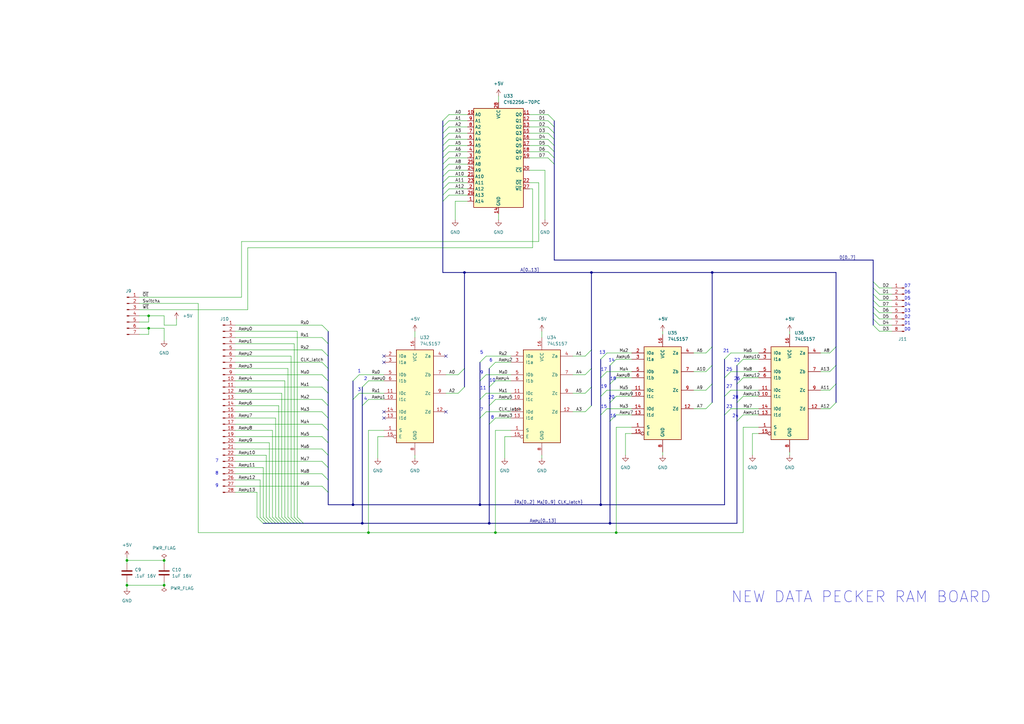
<source format=kicad_sch>
(kicad_sch (version 20230121) (generator eeschema)
  (paper "A3")
  (title_block (title "New Data Pecker RAM Board") (date "2022-11-17") (rev "V001") (comment 1 "made in 2022") (comment 2 "creativecommons.org/licenses/by/4.0/") (comment 3 "License: CC BY 4.0") (comment 4 "Author: InsaneDruid"))
  (lib_symbols
    (symbol "74xx:74LS157" (pin_names (offset 1.016))
      (property "Reference" "U" (at -7.62 19.05 0))
      (property "Value" "74LS157" (at -7.62 -21.59 0))
      (symbol "74LS157_1_0"
        (pin input line (at -12.7 -15.24 0) (length 5.08) (name "S") (number "1"))
        (pin input line (at -12.7 -2.54 0) (length 5.08) (name "I1c") (number "10"))
        (pin input line (at -12.7 0 0) (length 5.08) (name "I0c") (number "11"))
        (pin output line (at 12.7 -7.62 180) (length 5.08) (name "Zd") (number "12"))
        (pin input line (at -12.7 -10.16 0) (length 5.08) (name "I1d") (number "13"))
        (pin input line (at -12.7 -7.62 0) (length 5.08) (name "I0d") (number "14"))
        (pin input inverted (at -12.7 -17.78 0) (length 5.08) (name "E") (number "15"))
        (pin power_in line (at 0 22.86 270) (length 5.08) (name "VCC") (number "16"))
        (pin input line (at -12.7 15.24 0) (length 5.08) (name "I0a") (number "2"))
        (pin input line (at -12.7 12.7 0) (length 5.08) (name "I1a") (number "3"))
        (pin output line (at 12.7 15.24 180) (length 5.08) (name "Za") (number "4"))
        (pin input line (at -12.7 7.62 0) (length 5.08) (name "I0b") (number "5"))
        (pin input line (at -12.7 5.08 0) (length 5.08) (name "I1b") (number "6"))
        (pin output line (at 12.7 7.62 180) (length 5.08) (name "Zb") (number "7"))
        (pin power_in line (at 0 -25.4 90) (length 5.08) (name "GND") (number "8"))
        (pin output line (at 12.7 0 180) (length 5.08) (name "Zc") (number "9"))
      )
      (symbol "74LS157_1_1"
        (rectangle (start -7.62 17.78) (end 7.62 -20.32) (stroke (width 0.254)) (fill (type background)))
      )
    )
    (symbol "Connector:Conn_01x07_Pin" (pin_names (offset 1.016) hide)
      (property "Reference" "J" (at 0 10.16 0))
      (property "Value" "Conn_01x07_Pin" (at 0 -10.16 0))
      (symbol "Conn_01x07_Pin_1_1"
        (polyline (pts (xy 1.27 -7.62) (xy 0.8636 -7.62)) (stroke (width 0.1524)))
        (polyline (pts (xy 1.27 -5.08) (xy 0.8636 -5.08)) (stroke (width 0.1524)))
        (polyline (pts (xy 1.27 -2.54) (xy 0.8636 -2.54)) (stroke (width 0.1524)))
        (polyline (pts (xy 1.27 0) (xy 0.8636 0)) (stroke (width 0.1524)))
        (polyline (pts (xy 1.27 2.54) (xy 0.8636 2.54)) (stroke (width 0.1524)))
        (polyline (pts (xy 1.27 5.08) (xy 0.8636 5.08)) (stroke (width 0.1524)))
        (polyline (pts (xy 1.27 7.62) (xy 0.8636 7.62)) (stroke (width 0.1524)))
        (rectangle (start 0.8636 -7.493) (end 0 -7.747) (stroke (width 0.1524)) (fill (type outline)))
        (rectangle (start 0.8636 -4.953) (end 0 -5.207) (stroke (width 0.1524)) (fill (type outline)))
        (rectangle (start 0.8636 -2.413) (end 0 -2.667) (stroke (width 0.1524)) (fill (type outline)))
        (rectangle (start 0.8636 0.127) (end 0 -0.127) (stroke (width 0.1524)) (fill (type outline)))
        (rectangle (start 0.8636 2.667) (end 0 2.413) (stroke (width 0.1524)) (fill (type outline)))
        (rectangle (start 0.8636 5.207) (end 0 4.953) (stroke (width 0.1524)) (fill (type outline)))
        (rectangle (start 0.8636 7.747) (end 0 7.493) (stroke (width 0.1524)) (fill (type outline)))
        (pin passive line (at 5.08 7.62 180) (length 3.81) (name "Pin_1") (number "1"))
        (pin passive line (at 5.08 5.08 180) (length 3.81) (name "Pin_2") (number "2"))
        (pin passive line (at 5.08 2.54 180) (length 3.81) (name "Pin_3") (number "3"))
        (pin passive line (at 5.08 0 180) (length 3.81) (name "Pin_4") (number "4"))
        (pin passive line (at 5.08 -2.54 180) (length 3.81) (name "Pin_5") (number "5"))
        (pin passive line (at 5.08 -5.08 180) (length 3.81) (name "Pin_6") (number "6"))
        (pin passive line (at 5.08 -7.62 180) (length 3.81) (name "Pin_7") (number "7"))
      )
    )
    (symbol "Connector:Conn_01x08_Pin" (pin_names (offset 1.016) hide)
      (property "Reference" "J" (at 0 10.16 0))
      (property "Value" "Conn_01x08_Pin" (at 0 -12.7 0))
      (symbol "Conn_01x08_Pin_1_1"
        (polyline (pts (xy 1.27 -10.16) (xy 0.8636 -10.16)) (stroke (width 0.1524)))
        (polyline (pts (xy 1.27 -7.62) (xy 0.8636 -7.62)) (stroke (width 0.1524)))
        (polyline (pts (xy 1.27 -5.08) (xy 0.8636 -5.08)) (stroke (width 0.1524)))
        (polyline (pts (xy 1.27 -2.54) (xy 0.8636 -2.54)) (stroke (width 0.1524)))
        (polyline (pts (xy 1.27 0) (xy 0.8636 0)) (stroke (width 0.1524)))
        (polyline (pts (xy 1.27 2.54) (xy 0.8636 2.54)) (stroke (width 0.1524)))
        (polyline (pts (xy 1.27 5.08) (xy 0.8636 5.08)) (stroke (width 0.1524)))
        (polyline (pts (xy 1.27 7.62) (xy 0.8636 7.62)) (stroke (width 0.1524)))
        (rectangle (start 0.8636 -10.033) (end 0 -10.287) (stroke (width 0.1524)) (fill (type outline)))
        (rectangle (start 0.8636 -7.493) (end 0 -7.747) (stroke (width 0.1524)) (fill (type outline)))
        (rectangle (start 0.8636 -4.953) (end 0 -5.207) (stroke (width 0.1524)) (fill (type outline)))
        (rectangle (start 0.8636 -2.413) (end 0 -2.667) (stroke (width 0.1524)) (fill (type outline)))
        (rectangle (start 0.8636 0.127) (end 0 -0.127) (stroke (width 0.1524)) (fill (type outline)))
        (rectangle (start 0.8636 2.667) (end 0 2.413) (stroke (width 0.1524)) (fill (type outline)))
        (rectangle (start 0.8636 5.207) (end 0 4.953) (stroke (width 0.1524)) (fill (type outline)))
        (rectangle (start 0.8636 7.747) (end 0 7.493) (stroke (width 0.1524)) (fill (type outline)))
        (pin passive line (at 5.08 7.62 180) (length 3.81) (name "Pin_1") (number "1"))
        (pin passive line (at 5.08 5.08 180) (length 3.81) (name "Pin_2") (number "2"))
        (pin passive line (at 5.08 2.54 180) (length 3.81) (name "Pin_3") (number "3"))
        (pin passive line (at 5.08 0 180) (length 3.81) (name "Pin_4") (number "4"))
        (pin passive line (at 5.08 -2.54 180) (length 3.81) (name "Pin_5") (number "5"))
        (pin passive line (at 5.08 -5.08 180) (length 3.81) (name "Pin_6") (number "6"))
        (pin passive line (at 5.08 -7.62 180) (length 3.81) (name "Pin_7") (number "7"))
        (pin passive line (at 5.08 -10.16 180) (length 3.81) (name "Pin_8") (number "8"))
      )
    )
    (symbol "Connector:Conn_01x28_Pin" (pin_names (offset 1.016) hide)
      (property "Reference" "J" (at 0 35.56 0))
      (property "Value" "Conn_01x28_Pin" (at 0 -38.1 0))
      (symbol "Conn_01x28_Pin_1_1"
        (polyline (pts (xy 1.27 -35.56) (xy 0.8636 -35.56)) (stroke (width 0.1524)))
        (polyline (pts (xy 1.27 -33.02) (xy 0.8636 -33.02)) (stroke (width 0.1524)))
        (polyline (pts (xy 1.27 -30.48) (xy 0.8636 -30.48)) (stroke (width 0.1524)))
        (polyline (pts (xy 1.27 -27.94) (xy 0.8636 -27.94)) (stroke (width 0.1524)))
        (polyline (pts (xy 1.27 -25.4) (xy 0.8636 -25.4)) (stroke (width 0.1524)))
        (polyline (pts (xy 1.27 -22.86) (xy 0.8636 -22.86)) (stroke (width 0.1524)))
        (polyline (pts (xy 1.27 -20.32) (xy 0.8636 -20.32)) (stroke (width 0.1524)))
        (polyline (pts (xy 1.27 -17.78) (xy 0.8636 -17.78)) (stroke (width 0.1524)))
        (polyline (pts (xy 1.27 -15.24) (xy 0.8636 -15.24)) (stroke (width 0.1524)))
        (polyline (pts (xy 1.27 -12.7) (xy 0.8636 -12.7)) (stroke (width 0.1524)))
        (polyline (pts (xy 1.27 -10.16) (xy 0.8636 -10.16)) (stroke (width 0.1524)))
        (polyline (pts (xy 1.27 -7.62) (xy 0.8636 -7.62)) (stroke (width 0.1524)))
        (polyline (pts (xy 1.27 -5.08) (xy 0.8636 -5.08)) (stroke (width 0.1524)))
        (polyline (pts (xy 1.27 -2.54) (xy 0.8636 -2.54)) (stroke (width 0.1524)))
        (polyline (pts (xy 1.27 0) (xy 0.8636 0)) (stroke (width 0.1524)))
        (polyline (pts (xy 1.27 2.54) (xy 0.8636 2.54)) (stroke (width 0.1524)))
        (polyline (pts (xy 1.27 5.08) (xy 0.8636 5.08)) (stroke (width 0.1524)))
        (polyline (pts (xy 1.27 7.62) (xy 0.8636 7.62)) (stroke (width 0.1524)))
        (polyline (pts (xy 1.27 10.16) (xy 0.8636 10.16)) (stroke (width 0.1524)))
        (polyline (pts (xy 1.27 12.7) (xy 0.8636 12.7)) (stroke (width 0.1524)))
        (polyline (pts (xy 1.27 15.24) (xy 0.8636 15.24)) (stroke (width 0.1524)))
        (polyline (pts (xy 1.27 17.78) (xy 0.8636 17.78)) (stroke (width 0.1524)))
        (polyline (pts (xy 1.27 20.32) (xy 0.8636 20.32)) (stroke (width 0.1524)))
        (polyline (pts (xy 1.27 22.86) (xy 0.8636 22.86)) (stroke (width 0.1524)))
        (polyline (pts (xy 1.27 25.4) (xy 0.8636 25.4)) (stroke (width 0.1524)))
        (polyline (pts (xy 1.27 27.94) (xy 0.8636 27.94)) (stroke (width 0.1524)))
        (polyline (pts (xy 1.27 30.48) (xy 0.8636 30.48)) (stroke (width 0.1524)))
        (polyline (pts (xy 1.27 33.02) (xy 0.8636 33.02)) (stroke (width 0.1524)))
        (rectangle (start 0.8636 -35.433) (end 0 -35.687) (stroke (width 0.1524)) (fill (type outline)))
        (rectangle (start 0.8636 -32.893) (end 0 -33.147) (stroke (width 0.1524)) (fill (type outline)))
        (rectangle (start 0.8636 -30.353) (end 0 -30.607) (stroke (width 0.1524)) (fill (type outline)))
        (rectangle (start 0.8636 -27.813) (end 0 -28.067) (stroke (width 0.1524)) (fill (type outline)))
        (rectangle (start 0.8636 -25.273) (end 0 -25.527) (stroke (width 0.1524)) (fill (type outline)))
        (rectangle (start 0.8636 -22.733) (end 0 -22.987) (stroke (width 0.1524)) (fill (type outline)))
        (rectangle (start 0.8636 -20.193) (end 0 -20.447) (stroke (width 0.1524)) (fill (type outline)))
        (rectangle (start 0.8636 -17.653) (end 0 -17.907) (stroke (width 0.1524)) (fill (type outline)))
        (rectangle (start 0.8636 -15.113) (end 0 -15.367) (stroke (width 0.1524)) (fill (type outline)))
        (rectangle (start 0.8636 -12.573) (end 0 -12.827) (stroke (width 0.1524)) (fill (type outline)))
        (rectangle (start 0.8636 -10.033) (end 0 -10.287) (stroke (width 0.1524)) (fill (type outline)))
        (rectangle (start 0.8636 -7.493) (end 0 -7.747) (stroke (width 0.1524)) (fill (type outline)))
        (rectangle (start 0.8636 -4.953) (end 0 -5.207) (stroke (width 0.1524)) (fill (type outline)))
        (rectangle (start 0.8636 -2.413) (end 0 -2.667) (stroke (width 0.1524)) (fill (type outline)))
        (rectangle (start 0.8636 0.127) (end 0 -0.127) (stroke (width 0.1524)) (fill (type outline)))
        (rectangle (start 0.8636 2.667) (end 0 2.413) (stroke (width 0.1524)) (fill (type outline)))
        (rectangle (start 0.8636 5.207) (end 0 4.953) (stroke (width 0.1524)) (fill (type outline)))
        (rectangle (start 0.8636 7.747) (end 0 7.493) (stroke (width 0.1524)) (fill (type outline)))
        (rectangle (start 0.8636 10.287) (end 0 10.033) (stroke (width 0.1524)) (fill (type outline)))
        (rectangle (start 0.8636 12.827) (end 0 12.573) (stroke (width 0.1524)) (fill (type outline)))
        (rectangle (start 0.8636 15.367) (end 0 15.113) (stroke (width 0.1524)) (fill (type outline)))
        (rectangle (start 0.8636 17.907) (end 0 17.653) (stroke (width 0.1524)) (fill (type outline)))
        (rectangle (start 0.8636 20.447) (end 0 20.193) (stroke (width 0.1524)) (fill (type outline)))
        (rectangle (start 0.8636 22.987) (end 0 22.733) (stroke (width 0.1524)) (fill (type outline)))
        (rectangle (start 0.8636 25.527) (end 0 25.273) (stroke (width 0.1524)) (fill (type outline)))
        (rectangle (start 0.8636 28.067) (end 0 27.813) (stroke (width 0.1524)) (fill (type outline)))
        (rectangle (start 0.8636 30.607) (end 0 30.353) (stroke (width 0.1524)) (fill (type outline)))
        (rectangle (start 0.8636 33.147) (end 0 32.893) (stroke (width 0.1524)) (fill (type outline)))
        (pin passive line (at 5.08 33.02 180) (length 3.81) (name "Pin_1") (number "1"))
        (pin passive line (at 5.08 10.16 180) (length 3.81) (name "Pin_10") (number "10"))
        (pin passive line (at 5.08 7.62 180) (length 3.81) (name "Pin_11") (number "11"))
        (pin passive line (at 5.08 5.08 180) (length 3.81) (name "Pin_12") (number "12"))
        (pin passive line (at 5.08 2.54 180) (length 3.81) (name "Pin_13") (number "13"))
        (pin passive line (at 5.08 0 180) (length 3.81) (name "Pin_14") (number "14"))
        (pin passive line (at 5.08 -2.54 180) (length 3.81) (name "Pin_15") (number "15"))
        (pin passive line (at 5.08 -5.08 180) (length 3.81) (name "Pin_16") (number "16"))
        (pin passive line (at 5.08 -7.62 180) (length 3.81) (name "Pin_17") (number "17"))
        (pin passive line (at 5.08 -10.16 180) (length 3.81) (name "Pin_18") (number "18"))
        (pin passive line (at 5.08 -12.7 180) (length 3.81) (name "Pin_19") (number "19"))
        (pin passive line (at 5.08 30.48 180) (length 3.81) (name "Pin_2") (number "2"))
        (pin passive line (at 5.08 -15.24 180) (length 3.81) (name "Pin_20") (number "20"))
        (pin passive line (at 5.08 -17.78 180) (length 3.81) (name "Pin_21") (number "21"))
        (pin passive line (at 5.08 -20.32 180) (length 3.81) (name "Pin_22") (number "22"))
        (pin passive line (at 5.08 -22.86 180) (length 3.81) (name "Pin_23") (number "23"))
        (pin passive line (at 5.08 -25.4 180) (length 3.81) (name "Pin_24") (number "24"))
        (pin passive line (at 5.08 -27.94 180) (length 3.81) (name "Pin_25") (number "25"))
        (pin passive line (at 5.08 -30.48 180) (length 3.81) (name "Pin_26") (number "26"))
        (pin passive line (at 5.08 -33.02 180) (length 3.81) (name "Pin_27") (number "27"))
        (pin passive line (at 5.08 -35.56 180) (length 3.81) (name "Pin_28") (number "28"))
        (pin passive line (at 5.08 27.94 180) (length 3.81) (name "Pin_3") (number "3"))
        (pin passive line (at 5.08 25.4 180) (length 3.81) (name "Pin_4") (number "4"))
        (pin passive line (at 5.08 22.86 180) (length 3.81) (name "Pin_5") (number "5"))
        (pin passive line (at 5.08 20.32 180) (length 3.81) (name "Pin_6") (number "6"))
        (pin passive line (at 5.08 17.78 180) (length 3.81) (name "Pin_7") (number "7"))
        (pin passive line (at 5.08 15.24 180) (length 3.81) (name "Pin_8") (number "8"))
        (pin passive line (at 5.08 12.7 180) (length 3.81) (name "Pin_9") (number "9"))
      )
    )
    (symbol "Device:C" (pin_numbers hide) (pin_names (offset 0.254))
      (property "Reference" "C" (at 0.635 2.54 0))
      (property "Value" "C" (at 0.635 -2.54 0))
      (symbol "C_0_1"
        (polyline (pts (xy -2.032 -0.762) (xy 2.032 -0.762)) (stroke (width 0.508)))
        (polyline (pts (xy -2.032 0.762) (xy 2.032 0.762)) (stroke (width 0.508)))
      )
      (symbol "C_1_1"
        (pin passive line (at 0 3.81 270) (length 2.794) (name "~") (number "1"))
        (pin passive line (at 0 -3.81 90) (length 2.794) (name "~") (number "2"))
      )
    )
    (symbol "Memory_RAM:CY62256-70PC"
      (property "Reference" "U" (at -10.16 20.955 0))
      (property "Value" "CY62256-70PC" (at 2.54 20.955 0))
      (symbol "CY62256-70PC_0_0"
        (pin power_in line (at 0 -22.86 90) (length 2.54) (name "GND") (number "14"))
        (pin power_in line (at 0 22.86 270) (length 2.54) (name "VCC") (number "28"))
      )
      (symbol "CY62256-70PC_0_1"
        (rectangle (start -10.16 20.32) (end 10.16 -20.32) (stroke (width 0.254)) (fill (type background)))
      )
      (symbol "CY62256-70PC_1_1"
        (pin input line (at -12.7 -17.78 0) (length 2.54) (name "A14") (number "1"))
        (pin input line (at -12.7 17.78 0) (length 2.54) (name "A0") (number "10"))
        (pin tri_state line (at 12.7 17.78 180) (length 2.54) (name "Q0") (number "11"))
        (pin tri_state line (at 12.7 15.24 180) (length 2.54) (name "Q1") (number "12"))
        (pin tri_state line (at 12.7 12.7 180) (length 2.54) (name "Q2") (number "13"))
        (pin tri_state line (at 12.7 10.16 180) (length 2.54) (name "Q3") (number "15"))
        (pin tri_state line (at 12.7 7.62 180) (length 2.54) (name "Q4") (number "16"))
        (pin tri_state line (at 12.7 5.08 180) (length 2.54) (name "Q5") (number "17"))
        (pin tri_state line (at 12.7 2.54 180) (length 2.54) (name "Q6") (number "18"))
        (pin tri_state line (at 12.7 0 180) (length 2.54) (name "Q7") (number "19"))
        (pin input line (at -12.7 -12.7 0) (length 2.54) (name "A12") (number "2"))
        (pin input line (at 12.7 -5.08 180) (length 2.54) (name "~{CS}") (number "20"))
        (pin input line (at -12.7 -7.62 0) (length 2.54) (name "A10") (number "21"))
        (pin input line (at 12.7 -10.16 180) (length 2.54) (name "~{OE}") (number "22"))
        (pin input line (at -12.7 -10.16 0) (length 2.54) (name "A11") (number "23"))
        (pin input line (at -12.7 -5.08 0) (length 2.54) (name "A9") (number "24"))
        (pin input line (at -12.7 -2.54 0) (length 2.54) (name "A8") (number "25"))
        (pin input line (at -12.7 -15.24 0) (length 2.54) (name "A13") (number "26"))
        (pin input line (at 12.7 -12.7 180) (length 2.54) (name "~{WE}") (number "27"))
        (pin input line (at -12.7 0 0) (length 2.54) (name "A7") (number "3"))
        (pin input line (at -12.7 2.54 0) (length 2.54) (name "A6") (number "4"))
        (pin input line (at -12.7 5.08 0) (length 2.54) (name "A5") (number "5"))
        (pin input line (at -12.7 7.62 0) (length 2.54) (name "A4") (number "6"))
        (pin input line (at -12.7 10.16 0) (length 2.54) (name "A3") (number "7"))
        (pin input line (at -12.7 12.7 0) (length 2.54) (name "A2") (number "8"))
        (pin input line (at -12.7 15.24 0) (length 2.54) (name "A1") (number "9"))
      )
    )
    (symbol "power:+5V" (power) (pin_names (offset 0))
      (property "Value" "+5V" (at 0 3.556 0))
      (symbol "+5V_0_1"
        (polyline (pts (xy -0.762 1.27) (xy 0 2.54)))
        (polyline (pts (xy 0 0) (xy 0 2.54)))
        (polyline (pts (xy 0 2.54) (xy 0.762 1.27)))
      )
      (symbol "+5V_1_1"
        (pin power_in line (at 0 0 90) (length 0) hide (name "+5V") (number "1"))
      )
    )
    (symbol "power:GND" (power) (pin_names (offset 0))
      (property "Value" "GND" (at 0 -3.81 0))
      (symbol "GND_0_1"
        (polyline (pts (xy 0 0) (xy 0 -1.27) (xy 1.27 -1.27) (xy 0 -2.54) (xy -1.27 -1.27) (xy 0 -1.27)))
      )
      (symbol "GND_1_1"
        (pin power_in line (at 0 0 270) (length 0) hide (name "GND") (number "1"))
      )
    )
    (symbol "power:PWR_FLAG" (power) (pin_numbers hide) (pin_names (offset 0) hide)
      (property "Value" "PWR_FLAG" (at 0 3.81 0))
      (symbol "PWR_FLAG_0_0"
        (pin power_out line (at 0 0 90) (length 0) (name "pwr") (number "1"))
      )
      (symbol "PWR_FLAG_0_1"
        (polyline (pts (xy 0 0) (xy 0 1.27) (xy -1.016 1.905) (xy 0 2.54) (xy 1.016 1.905) (xy 0 1.27)))
      )
    )
  )
  (junction (at 292.1 111.76))
  (junction (at 252.73 218.44))
  (junction (at 200.66 214.63))
  (junction (at 148.59 214.63))
  (junction (at 52.07 240.03))
  (junction (at 151.13 218.44))
  (junction (at 250.19 214.63))
  (junction (at 52.07 229.87))
  (junction (at 67.31 240.03))
  (junction (at 67.31 229.87))
  (junction (at 60.96 134.62))
  (junction (at 190.5 111.76))
  (junction (at 203.2 218.44))
  (junction (at 144.78 207.01))
  (junction (at 196.85 207.01))
  (junction (at 246.38 207.01))
  (junction (at 242.57 111.76))
  (junction (at 60.96 129.54))
  (no_connect (at 157.48 148.59))
  (no_connect (at 157.48 171.45))
  (no_connect (at 157.48 168.91))
  (no_connect (at 157.48 146.05))
  (no_connect (at 182.88 168.91))
  (no_connect (at 182.88 146.05))
  (bus_entry (at 250.19 157.48) (size 2.54 -2.54))
  (bus_entry (at 181.61 77.47) (size 2.54 -2.54))
  (bus_entry (at 181.61 72.39) (size 2.54 -2.54))
  (bus_entry (at 289.56 144.78) (size 2.54 -2.54))
  (bus_entry (at 181.61 59.69) (size 2.54 -2.54))
  (bus_entry (at 187.96 161.29) (size 2.54 -2.54))
  (bus_entry (at 199.39 168.91) (size -2.54 2.54))
  (bus_entry (at 299.72 167.64) (size -2.54 2.54))
  (bus_entry (at 224.79 52.07) (size 2.54 2.54))
  (bus_entry (at 134.62 191.77) (size -2.54 -2.54))
  (bus_entry (at 134.62 181.61) (size -2.54 -2.54))
  (bus_entry (at 147.32 153.67) (size -2.54 2.54))
  (bus_entry (at 134.62 196.85) (size -2.54 -2.54))
  (bus_entry (at 250.19 165.1) (size 2.54 -2.54))
  (bus_entry (at 302.26 165.1) (size 2.54 -2.54))
  (bus_entry (at 181.61 52.07) (size 2.54 -2.54))
  (bus_entry (at 181.61 62.23) (size 2.54 -2.54))
  (bus_entry (at 240.03 161.29) (size 2.54 -2.54))
  (bus_entry (at 224.79 57.15) (size 2.54 2.54))
  (bus_entry (at 134.62 156.21) (size -2.54 -2.54))
  (bus_entry (at 120.65 212.09) (size 2.54 2.54))
  (bus_entry (at 111.76 212.09) (size 2.54 2.54))
  (bus_entry (at 340.36 152.4) (size 2.54 -2.54))
  (bus_entry (at 250.19 172.72) (size 2.54 -2.54))
  (bus_entry (at 109.22 212.09) (size 2.54 2.54))
  (bus_entry (at 358.14 118.11) (size 2.54 2.54))
  (bus_entry (at 121.92 212.09) (size 2.54 2.54))
  (bus_entry (at 199.39 153.67) (size -2.54 2.54))
  (bus_entry (at 224.79 46.99) (size 2.54 2.54))
  (bus_entry (at 248.92 152.4) (size -2.54 2.54))
  (bus_entry (at 181.61 64.77) (size 2.54 -2.54))
  (bus_entry (at 340.36 167.64) (size 2.54 -2.54))
  (bus_entry (at 224.79 59.69) (size 2.54 2.54))
  (bus_entry (at 118.11 212.09) (size 2.54 2.54))
  (bus_entry (at 148.59 166.37) (size 2.54 -2.54))
  (bus_entry (at 147.32 161.29) (size -2.54 2.54))
  (bus_entry (at 134.62 171.45) (size -2.54 -2.54))
  (bus_entry (at 181.61 80.01) (size 2.54 -2.54))
  (bus_entry (at 358.14 133.35) (size 2.54 2.54))
  (bus_entry (at 134.62 176.53) (size -2.54 -2.54))
  (bus_entry (at 358.14 123.19) (size 2.54 2.54))
  (bus_entry (at 119.38 212.09) (size 2.54 2.54))
  (bus_entry (at 106.68 212.09) (size 2.54 2.54))
  (bus_entry (at 248.92 167.64) (size -2.54 2.54))
  (bus_entry (at 302.26 172.72) (size 2.54 -2.54))
  (bus_entry (at 199.39 161.29) (size -2.54 2.54))
  (bus_entry (at 200.66 166.37) (size 2.54 -2.54))
  (bus_entry (at 199.39 146.05) (size -2.54 2.54))
  (bus_entry (at 181.61 54.61) (size 2.54 -2.54))
  (bus_entry (at 289.56 160.02) (size 2.54 -2.54))
  (bus_entry (at 299.72 160.02) (size -2.54 2.54))
  (bus_entry (at 289.56 167.64) (size 2.54 -2.54))
  (bus_entry (at 240.03 168.91) (size 2.54 -2.54))
  (bus_entry (at 134.62 146.05) (size -2.54 -2.54))
  (bus_entry (at 248.92 160.02) (size -2.54 2.54))
  (bus_entry (at 340.36 144.78) (size 2.54 -2.54))
  (bus_entry (at 134.62 161.29) (size -2.54 -2.54))
  (bus_entry (at 224.79 49.53) (size 2.54 2.54))
  (bus_entry (at 200.66 151.13) (size 2.54 -2.54))
  (bus_entry (at 302.26 149.86) (size 2.54 -2.54))
  (bus_entry (at 134.62 140.97) (size -2.54 -2.54))
  (bus_entry (at 134.62 151.13) (size -2.54 -2.54))
  (bus_entry (at 116.84 212.09) (size 2.54 2.54))
  (bus_entry (at 181.61 49.53) (size 2.54 -2.54))
  (bus_entry (at 302.26 157.48) (size 2.54 -2.54))
  (bus_entry (at 358.14 120.65) (size 2.54 2.54))
  (bus_entry (at 115.57 212.09) (size 2.54 2.54))
  (bus_entry (at 107.95 212.09) (size 2.54 2.54))
  (bus_entry (at 113.03 212.09) (size 2.54 2.54))
  (bus_entry (at 248.92 144.78) (size -2.54 2.54))
  (bus_entry (at 181.61 74.93) (size 2.54 -2.54))
  (bus_entry (at 240.03 146.05) (size 2.54 -2.54))
  (bus_entry (at 134.62 201.93) (size -2.54 -2.54))
  (bus_entry (at 289.56 152.4) (size 2.54 -2.54))
  (bus_entry (at 358.14 130.81) (size 2.54 2.54))
  (bus_entry (at 134.62 166.37) (size -2.54 -2.54))
  (bus_entry (at 181.61 69.85) (size 2.54 -2.54))
  (bus_entry (at 340.36 160.02) (size 2.54 -2.54))
  (bus_entry (at 181.61 67.31) (size 2.54 -2.54))
  (bus_entry (at 299.72 152.4) (size -2.54 2.54))
  (bus_entry (at 358.14 125.73) (size 2.54 2.54))
  (bus_entry (at 224.79 64.77) (size 2.54 2.54))
  (bus_entry (at 200.66 173.99) (size 2.54 -2.54))
  (bus_entry (at 181.61 57.15) (size 2.54 -2.54))
  (bus_entry (at 148.59 158.75) (size 2.54 -2.54))
  (bus_entry (at 358.14 128.27) (size 2.54 2.54))
  (bus_entry (at 299.72 144.78) (size -2.54 2.54))
  (bus_entry (at 110.49 212.09) (size 2.54 2.54))
  (bus_entry (at 240.03 153.67) (size 2.54 -2.54))
  (bus_entry (at 200.66 158.75) (size 2.54 -2.54))
  (bus_entry (at 358.14 115.57) (size 2.54 2.54))
  (bus_entry (at 181.61 82.55) (size 2.54 -2.54))
  (bus_entry (at 105.41 212.09) (size 2.54 2.54))
  (bus_entry (at 134.62 135.89) (size -2.54 -2.54))
  (bus_entry (at 250.19 149.86) (size 2.54 -2.54))
  (bus_entry (at 134.62 186.69) (size -2.54 -2.54))
  (bus_entry (at 224.79 54.61) (size 2.54 2.54))
  (bus_entry (at 224.79 62.23) (size 2.54 2.54))
  (bus_entry (at 114.3 212.09) (size 2.54 2.54))
  (bus_entry (at 187.96 153.67) (size 2.54 -2.54))
  (wire (pts (xy 57.15 137.16) (xy 60.96 137.16)))
  (wire (pts (xy 234.95 161.29) (xy 240.03 161.29)))
  (wire (pts (xy 299.72 152.4) (xy 311.15 152.4)))
  (bus (pts (xy 297.18 170.18) (xy 297.18 207.01)))
  (wire (pts (xy 132.08 168.91) (xy 96.52 168.91)))
  (bus (pts (xy 242.57 151.13) (xy 242.57 158.75)))
  (wire (pts (xy 132.08 194.31) (xy 96.52 194.31)))
  (bus (pts (xy 227.33 49.53) (xy 227.33 52.07)))
  (bus (pts (xy 297.18 154.94) (xy 297.18 162.56)))
  (wire (pts (xy 311.15 177.8) (xy 308.61 177.8)))
  (bus (pts (xy 358.14 125.73) (xy 358.14 128.27)))
  (bus (pts (xy 302.26 157.48) (xy 302.26 165.1)))
  (wire (pts (xy 96.52 135.89) (xy 121.92 135.89)))
  (bus (pts (xy 124.46 214.63) (xy 148.59 214.63)))
  (wire (pts (xy 252.73 218.44) (xy 203.2 218.44)))
  (wire (pts (xy 52.07 228.6) (xy 52.07 229.87)))
  (wire (pts (xy 132.08 184.15) (xy 96.52 184.15)))
  (bus (pts (xy 196.85 156.21) (xy 196.85 163.83)))
  (wire (pts (xy 67.31 133.35) (xy 67.31 129.54)))
  (bus (pts (xy 292.1 157.48) (xy 292.1 165.1)))
  (bus (pts (xy 358.14 128.27) (xy 358.14 130.81)))
  (wire (pts (xy 57.15 134.62) (xy 60.96 134.62)))
  (bus (pts (xy 148.59 158.75) (xy 148.59 166.37)))
  (bus (pts (xy 181.61 69.85) (xy 181.61 67.31)))
  (bus (pts (xy 302.26 165.1) (xy 302.26 172.72)))
  (wire (pts (xy 96.52 140.97) (xy 120.65 140.97)))
  (wire (pts (xy 186.69 82.55) (xy 186.69 90.17)))
  (wire (pts (xy 204.47 87.63) (xy 204.47 90.17)))
  (wire (pts (xy 96.52 166.37) (xy 114.3 166.37)))
  (wire (pts (xy 132.08 189.23) (xy 96.52 189.23)))
  (bus (pts (xy 200.66 214.63) (xy 250.19 214.63)))
  (wire (pts (xy 67.31 238.76) (xy 67.31 240.03)))
  (wire (pts (xy 132.08 138.43) (xy 96.52 138.43)))
  (bus (pts (xy 250.19 214.63) (xy 302.26 214.63)))
  (wire (pts (xy 113.03 171.45) (xy 113.03 212.09)))
  (bus (pts (xy 144.78 207.01) (xy 196.85 207.01)))
  (wire (pts (xy 336.55 152.4) (xy 340.36 152.4)))
  (bus (pts (xy 181.61 77.47) (xy 181.61 74.93)))
  (wire (pts (xy 184.15 46.99) (xy 191.77 46.99)))
  (bus (pts (xy 123.19 214.63) (xy 124.46 214.63)))
  (wire (pts (xy 96.52 196.85) (xy 106.68 196.85)))
  (wire (pts (xy 132.08 179.07) (xy 96.52 179.07)))
  (wire (pts (xy 207.01 179.07) (xy 207.01 187.96)))
  (wire (pts (xy 220.98 99.06) (xy 220.98 74.93)))
  (bus (pts (xy 120.65 214.63) (xy 121.92 214.63)))
  (bus (pts (xy 134.62 191.77) (xy 134.62 186.69)))
  (wire (pts (xy 271.78 186.69) (xy 271.78 185.42)))
  (bus (pts (xy 181.61 82.55) (xy 181.61 111.76)))
  (wire (pts (xy 119.38 146.05) (xy 119.38 212.09)))
  (wire (pts (xy 203.2 218.44) (xy 151.13 218.44)))
  (bus (pts (xy 297.18 147.32) (xy 297.18 154.94)))
  (bus (pts (xy 181.61 67.31) (xy 181.61 64.77)))
  (wire (pts (xy 96.52 181.61) (xy 110.49 181.61)))
  (bus (pts (xy 246.38 162.56) (xy 246.38 170.18)))
  (bus (pts (xy 111.76 214.63) (xy 113.03 214.63)))
  (wire (pts (xy 132.08 163.83) (xy 96.52 163.83)))
  (bus (pts (xy 196.85 171.45) (xy 196.85 207.01)))
  (wire (pts (xy 184.15 72.39) (xy 191.77 72.39)))
  (wire (pts (xy 203.2 163.83) (xy 209.55 163.83)))
  (bus (pts (xy 242.57 158.75) (xy 242.57 166.37)))
  (wire (pts (xy 360.68 128.27) (xy 365.76 128.27)))
  (wire (pts (xy 336.55 144.78) (xy 340.36 144.78)))
  (bus (pts (xy 116.84 214.63) (xy 118.11 214.63)))
  (wire (pts (xy 252.73 154.94) (xy 259.08 154.94)))
  (wire (pts (xy 252.73 218.44) (xy 304.8 218.44)))
  (bus (pts (xy 134.62 161.29) (xy 134.62 156.21)))
  (bus (pts (xy 250.19 157.48) (xy 250.19 165.1)))
  (wire (pts (xy 360.68 120.65) (xy 365.76 120.65)))
  (bus (pts (xy 181.61 111.76) (xy 190.5 111.76)))
  (bus (pts (xy 134.62 171.45) (xy 134.62 166.37)))
  (wire (pts (xy 217.17 64.77) (xy 224.79 64.77)))
  (wire (pts (xy 304.8 170.18) (xy 311.15 170.18)))
  (bus (pts (xy 134.62 166.37) (xy 134.62 161.29)))
  (wire (pts (xy 252.73 147.32) (xy 259.08 147.32)))
  (wire (pts (xy 256.54 177.8) (xy 256.54 186.69)))
  (bus (pts (xy 246.38 154.94) (xy 246.38 162.56)))
  (wire (pts (xy 52.07 238.76) (xy 52.07 240.03)))
  (wire (pts (xy 217.17 46.99) (xy 224.79 46.99)))
  (wire (pts (xy 60.96 129.54) (xy 57.15 129.54)))
  (bus (pts (xy 246.38 170.18) (xy 246.38 207.01)))
  (wire (pts (xy 52.07 231.14) (xy 52.07 229.87)))
  (wire (pts (xy 120.65 140.97) (xy 120.65 212.09)))
  (wire (pts (xy 57.15 132.08) (xy 60.96 132.08)))
  (bus (pts (xy 302.26 172.72) (xy 302.26 214.63)))
  (bus (pts (xy 227.33 106.68) (xy 358.14 106.68)))
  (bus (pts (xy 342.9 157.48) (xy 342.9 165.1)))
  (wire (pts (xy 60.96 132.08) (xy 60.96 129.54)))
  (bus (pts (xy 227.33 67.31) (xy 227.33 106.68)))
  (wire (pts (xy 99.06 99.06) (xy 99.06 121.92)))
  (wire (pts (xy 151.13 156.21) (xy 157.48 156.21)))
  (wire (pts (xy 116.84 156.21) (xy 116.84 212.09)))
  (wire (pts (xy 248.92 144.78) (xy 259.08 144.78)))
  (wire (pts (xy 304.8 162.56) (xy 311.15 162.56)))
  (bus (pts (xy 342.9 111.76) (xy 342.9 142.24)))
  (bus (pts (xy 134.62 201.93) (xy 134.62 207.01)))
  (wire (pts (xy 252.73 162.56) (xy 259.08 162.56)))
  (wire (pts (xy 184.15 74.93) (xy 191.77 74.93)))
  (bus (pts (xy 292.1 142.24) (xy 292.1 149.86)))
  (bus (pts (xy 181.61 80.01) (xy 181.61 77.47)))
  (wire (pts (xy 184.15 67.31) (xy 191.77 67.31)))
  (bus (pts (xy 292.1 111.76) (xy 292.1 142.24)))
  (wire (pts (xy 304.8 175.26) (xy 311.15 175.26)))
  (wire (pts (xy 184.15 69.85) (xy 191.77 69.85)))
  (wire (pts (xy 96.52 156.21) (xy 116.84 156.21)))
  (wire (pts (xy 209.55 179.07) (xy 207.01 179.07)))
  (wire (pts (xy 304.8 175.26) (xy 304.8 218.44)))
  (bus (pts (xy 115.57 214.63) (xy 116.84 214.63)))
  (bus (pts (xy 190.5 111.76) (xy 242.57 111.76)))
  (wire (pts (xy 96.52 186.69) (xy 109.22 186.69)))
  (wire (pts (xy 184.15 77.47) (xy 191.77 77.47)))
  (wire (pts (xy 110.49 181.61) (xy 110.49 212.09)))
  (bus (pts (xy 250.19 172.72) (xy 250.19 214.63)))
  (bus (pts (xy 119.38 214.63) (xy 120.65 214.63)))
  (bus (pts (xy 144.78 156.21) (xy 144.78 163.83)))
  (wire (pts (xy 96.52 151.13) (xy 118.11 151.13)))
  (bus (pts (xy 134.62 151.13) (xy 134.62 146.05)))
  (wire (pts (xy 234.95 168.91) (xy 240.03 168.91)))
  (bus (pts (xy 358.14 130.81) (xy 358.14 133.35)))
  (wire (pts (xy 217.17 49.53) (xy 224.79 49.53)))
  (wire (pts (xy 67.31 129.54) (xy 60.96 129.54)))
  (wire (pts (xy 217.17 59.69) (xy 224.79 59.69)))
  (wire (pts (xy 132.08 153.67) (xy 96.52 153.67)))
  (wire (pts (xy 184.15 52.07) (xy 191.77 52.07)))
  (bus (pts (xy 181.61 54.61) (xy 181.61 52.07)))
  (wire (pts (xy 248.92 160.02) (xy 259.08 160.02)))
  (wire (pts (xy 67.31 229.87) (xy 67.31 231.14)))
  (wire (pts (xy 57.15 127) (xy 101.6 127)))
  (wire (pts (xy 271.78 135.89) (xy 271.78 137.16)))
  (bus (pts (xy 134.62 196.85) (xy 134.62 191.77)))
  (wire (pts (xy 115.57 161.29) (xy 115.57 212.09)))
  (wire (pts (xy 60.96 134.62) (xy 67.31 134.62)))
  (wire (pts (xy 203.2 148.59) (xy 209.55 148.59)))
  (bus (pts (xy 292.1 149.86) (xy 292.1 157.48)))
  (bus (pts (xy 227.33 54.61) (xy 227.33 57.15)))
  (wire (pts (xy 252.73 175.26) (xy 252.73 218.44)))
  (wire (pts (xy 217.17 52.07) (xy 224.79 52.07)))
  (wire (pts (xy 72.39 130.81) (xy 72.39 133.35)))
  (wire (pts (xy 96.52 146.05) (xy 119.38 146.05)))
  (wire (pts (xy 203.2 176.53) (xy 209.55 176.53)))
  (bus (pts (xy 200.66 166.37) (xy 200.66 173.99)))
  (bus (pts (xy 114.3 214.63) (xy 115.57 214.63)))
  (wire (pts (xy 336.55 167.64) (xy 340.36 167.64)))
  (bus (pts (xy 134.62 140.97) (xy 134.62 135.89)))
  (bus (pts (xy 181.61 82.55) (xy 181.61 80.01)))
  (wire (pts (xy 191.77 82.55) (xy 186.69 82.55)))
  (bus (pts (xy 134.62 201.93) (xy 134.62 196.85)))
  (bus (pts (xy 342.9 142.24) (xy 342.9 149.86)))
  (bus (pts (xy 358.14 115.57) (xy 358.14 118.11)))
  (wire (pts (xy 67.31 134.62) (xy 67.31 139.7)))
  (wire (pts (xy 101.6 101.6) (xy 218.44 101.6)))
  (wire (pts (xy 299.72 160.02) (xy 311.15 160.02)))
  (bus (pts (xy 190.5 151.13) (xy 190.5 158.75)))
  (bus (pts (xy 358.14 106.68) (xy 358.14 115.57)))
  (wire (pts (xy 151.13 218.44) (xy 81.28 218.44)))
  (bus (pts (xy 358.14 123.19) (xy 358.14 125.73)))
  (bus (pts (xy 144.78 163.83) (xy 144.78 207.01)))
  (wire (pts (xy 360.68 118.11) (xy 365.76 118.11)))
  (wire (pts (xy 304.8 147.32) (xy 311.15 147.32)))
  (wire (pts (xy 299.72 144.78) (xy 311.15 144.78)))
  (bus (pts (xy 242.57 111.76) (xy 242.57 143.51)))
  (wire (pts (xy 217.17 57.15) (xy 224.79 57.15)))
  (bus (pts (xy 134.62 181.61) (xy 134.62 176.53)))
  (wire (pts (xy 191.77 62.23) (xy 184.15 62.23)))
  (wire (pts (xy 184.15 59.69) (xy 191.77 59.69)))
  (bus (pts (xy 107.95 214.63) (xy 109.22 214.63)))
  (wire (pts (xy 259.08 177.8) (xy 256.54 177.8)))
  (wire (pts (xy 151.13 176.53) (xy 157.48 176.53)))
  (bus (pts (xy 181.61 57.15) (xy 181.61 54.61)))
  (bus (pts (xy 110.49 214.63) (xy 111.76 214.63)))
  (bus (pts (xy 302.26 149.86) (xy 302.26 157.48)))
  (wire (pts (xy 132.08 158.75) (xy 96.52 158.75)))
  (wire (pts (xy 72.39 133.35) (xy 67.31 133.35)))
  (bus (pts (xy 227.33 64.77) (xy 227.33 67.31)))
  (wire (pts (xy 101.6 101.6) (xy 101.6 127)))
  (wire (pts (xy 203.2 156.21) (xy 209.55 156.21)))
  (wire (pts (xy 217.17 77.47) (xy 218.44 77.47)))
  (wire (pts (xy 57.15 124.46) (xy 81.28 124.46)))
  (wire (pts (xy 184.15 49.53) (xy 191.77 49.53)))
  (wire (pts (xy 199.39 153.67) (xy 209.55 153.67)))
  (bus (pts (xy 250.19 149.86) (xy 250.19 157.48)))
  (bus (pts (xy 358.14 120.65) (xy 358.14 123.19)))
  (wire (pts (xy 284.48 167.64) (xy 289.56 167.64)))
  (wire (pts (xy 96.52 191.77) (xy 107.95 191.77)))
  (wire (pts (xy 222.25 187.96) (xy 222.25 186.69)))
  (bus (pts (xy 246.38 147.32) (xy 246.38 154.94)))
  (bus (pts (xy 250.19 165.1) (xy 250.19 172.72)))
  (bus (pts (xy 134.62 207.01) (xy 144.78 207.01)))
  (wire (pts (xy 217.17 62.23) (xy 224.79 62.23)))
  (wire (pts (xy 284.48 144.78) (xy 289.56 144.78)))
  (wire (pts (xy 170.18 135.89) (xy 170.18 138.43)))
  (bus (pts (xy 134.62 176.53) (xy 134.62 171.45)))
  (bus (pts (xy 121.92 214.63) (xy 123.19 214.63)))
  (wire (pts (xy 99.06 99.06) (xy 220.98 99.06)))
  (wire (pts (xy 60.96 137.16) (xy 60.96 134.62)))
  (bus (pts (xy 292.1 111.76) (xy 342.9 111.76)))
  (bus (pts (xy 196.85 148.59) (xy 196.85 156.21)))
  (wire (pts (xy 360.68 123.19) (xy 365.76 123.19)))
  (bus (pts (xy 148.59 166.37) (xy 148.59 214.63)))
  (bus (pts (xy 109.22 214.63) (xy 110.49 214.63)))
  (wire (pts (xy 105.41 201.93) (xy 105.41 212.09)))
  (bus (pts (xy 246.38 207.01) (xy 297.18 207.01)))
  (bus (pts (xy 200.66 173.99) (xy 200.66 214.63)))
  (wire (pts (xy 151.13 163.83) (xy 157.48 163.83)))
  (wire (pts (xy 132.08 133.35) (xy 96.52 133.35)))
  (wire (pts (xy 248.92 152.4) (xy 259.08 152.4)))
  (wire (pts (xy 252.73 170.18) (xy 259.08 170.18)))
  (bus (pts (xy 181.61 59.69) (xy 181.61 57.15)))
  (wire (pts (xy 96.52 161.29) (xy 115.57 161.29)))
  (wire (pts (xy 182.88 161.29) (xy 187.96 161.29)))
  (wire (pts (xy 147.32 153.67) (xy 157.48 153.67)))
  (bus (pts (xy 181.61 72.39) (xy 181.61 69.85)))
  (wire (pts (xy 199.39 161.29) (xy 209.55 161.29)))
  (bus (pts (xy 227.33 52.07) (xy 227.33 54.61)))
  (bus (pts (xy 242.57 143.51) (xy 242.57 151.13)))
  (wire (pts (xy 147.32 161.29) (xy 157.48 161.29)))
  (wire (pts (xy 308.61 177.8) (xy 308.61 186.69)))
  (bus (pts (xy 227.33 57.15) (xy 227.33 59.69)))
  (wire (pts (xy 184.15 80.01) (xy 191.77 80.01)))
  (wire (pts (xy 223.52 69.85) (xy 223.52 90.17)))
  (wire (pts (xy 222.25 135.89) (xy 222.25 138.43)))
  (wire (pts (xy 57.15 121.92) (xy 99.06 121.92)))
  (wire (pts (xy 109.22 186.69) (xy 109.22 212.09)))
  (wire (pts (xy 360.68 133.35) (xy 365.76 133.35)))
  (bus (pts (xy 297.18 162.56) (xy 297.18 170.18)))
  (bus (pts (xy 358.14 118.11) (xy 358.14 120.65)))
  (wire (pts (xy 218.44 77.47) (xy 218.44 101.6)))
  (wire (pts (xy 107.95 191.77) (xy 107.95 212.09)))
  (wire (pts (xy 336.55 160.02) (xy 340.36 160.02)))
  (wire (pts (xy 118.11 151.13) (xy 118.11 212.09)))
  (wire (pts (xy 304.8 154.94) (xy 311.15 154.94)))
  (wire (pts (xy 157.48 179.07) (xy 154.94 179.07)))
  (wire (pts (xy 132.08 199.39) (xy 96.52 199.39)))
  (wire (pts (xy 299.72 167.64) (xy 311.15 167.64)))
  (wire (pts (xy 81.28 218.44) (xy 81.28 124.46)))
  (bus (pts (xy 134.62 146.05) (xy 134.62 140.97)))
  (wire (pts (xy 132.08 148.59) (xy 96.52 148.59)))
  (wire (pts (xy 184.15 57.15) (xy 191.77 57.15)))
  (bus (pts (xy 190.5 111.76) (xy 190.5 151.13)))
  (bus (pts (xy 196.85 163.83) (xy 196.85 171.45)))
  (bus (pts (xy 242.57 111.76) (xy 292.1 111.76)))
  (wire (pts (xy 52.07 229.87) (xy 67.31 229.87)))
  (wire (pts (xy 121.92 135.89) (xy 121.92 212.09)))
  (bus (pts (xy 181.61 64.77) (xy 181.61 62.23)))
  (wire (pts (xy 132.08 143.51) (xy 96.52 143.51)))
  (wire (pts (xy 217.17 69.85) (xy 223.52 69.85)))
  (wire (pts (xy 52.07 241.3) (xy 52.07 240.03)))
  (wire (pts (xy 96.52 176.53) (xy 111.76 176.53)))
  (wire (pts (xy 111.76 176.53) (xy 111.76 212.09)))
  (wire (pts (xy 182.88 153.67) (xy 187.96 153.67)))
  (bus (pts (xy 148.59 214.63) (xy 200.66 214.63)))
  (wire (pts (xy 154.94 179.07) (xy 154.94 187.96)))
  (wire (pts (xy 184.15 64.77) (xy 191.77 64.77)))
  (bus (pts (xy 118.11 214.63) (xy 119.38 214.63)))
  (bus (pts (xy 196.85 207.01) (xy 246.38 207.01)))
  (wire (pts (xy 203.2 171.45) (xy 209.55 171.45)))
  (bus (pts (xy 134.62 186.69) (xy 134.62 181.61)))
  (bus (pts (xy 181.61 52.07) (xy 181.61 49.53)))
  (wire (pts (xy 106.68 196.85) (xy 106.68 212.09)))
  (wire (pts (xy 96.52 171.45) (xy 113.03 171.45)))
  (wire (pts (xy 184.15 54.61) (xy 191.77 54.61)))
  (wire (pts (xy 203.2 176.53) (xy 203.2 218.44)))
  (wire (pts (xy 323.85 135.89) (xy 323.85 137.16)))
  (wire (pts (xy 52.07 240.03) (xy 67.31 240.03)))
  (wire (pts (xy 323.85 186.69) (xy 323.85 185.42)))
  (bus (pts (xy 200.66 158.75) (xy 200.66 166.37)))
  (wire (pts (xy 234.95 153.67) (xy 240.03 153.67)))
  (wire (pts (xy 248.92 167.64) (xy 259.08 167.64)))
  (bus (pts (xy 227.33 62.23) (xy 227.33 64.77)))
  (wire (pts (xy 217.17 54.61) (xy 224.79 54.61)))
  (wire (pts (xy 360.68 130.81) (xy 365.76 130.81)))
  (wire (pts (xy 114.3 166.37) (xy 114.3 212.09)))
  (wire (pts (xy 360.68 135.89) (xy 365.76 135.89)))
  (bus (pts (xy 134.62 156.21) (xy 134.62 151.13)))
  (wire (pts (xy 199.39 168.91) (xy 209.55 168.91)))
  (wire (pts (xy 199.39 146.05) (xy 209.55 146.05)))
  (wire (pts (xy 234.95 146.05) (xy 240.03 146.05)))
  (wire (pts (xy 151.13 176.53) (xy 151.13 218.44)))
  (wire (pts (xy 204.47 39.37) (xy 204.47 41.91)))
  (bus (pts (xy 113.03 214.63) (xy 114.3 214.63)))
  (wire (pts (xy 252.73 175.26) (xy 259.08 175.26)))
  (wire (pts (xy 132.08 173.99) (xy 96.52 173.99)))
  (bus (pts (xy 342.9 149.86) (xy 342.9 157.48)))
  (wire (pts (xy 360.68 125.73) (xy 365.76 125.73)))
  (wire (pts (xy 96.52 201.93) (xy 105.41 201.93)))
  (wire (pts (xy 220.98 74.93) (xy 217.17 74.93)))
  (wire (pts (xy 284.48 160.02) (xy 289.56 160.02)))
  (wire (pts (xy 170.18 187.96) (xy 170.18 186.69)))
  (bus (pts (xy 181.61 62.23) (xy 181.61 59.69)))
  (bus (pts (xy 181.61 74.93) (xy 181.61 72.39)))
  (bus (pts (xy 227.33 59.69) (xy 227.33 62.23)))
  (wire (pts (xy 284.48 152.4) (xy 289.56 152.4)))
  (bus (pts (xy 200.66 151.13) (xy 200.66 158.75)))
  (text "16" (at 250.19 171.45 0) (effects (font (size 1.27 1.27)) (justify left bottom)))
  (text "18" (at 250.19 156.21 0) (effects (font (size 1.27 1.27)) (justify left bottom)))
  (text "9" (at 196.85 153.67 0) (effects (font (size 1.27 1.27)) (justify left bottom)))
  (text "26" (at 300.99 156.21 0) (effects (font (size 1.27 1.27)) (justify left bottom)))
  (text "D0" (at 370.84 135.89 0) (effects (font (size 1.27 1.27)) (justify left bottom)))
  (text "4" (at 149.225 164.465 0) (effects (font (size 1.27 1.27)) (justify left bottom)))
  (text "D1" (at 370.84 133.35 0) (effects (font (size 1.27 1.27)) (justify left bottom)))
  (text "20" (at 249.555 163.83 0) (effects (font (size 1.27 1.27)) (justify left bottom)))
  (text "15" (at 246.38 167.64 0) (effects (font (size 1.27 1.27)) (justify left bottom)))
  (text "24" (at 300.355 171.45 0) (effects (font (size 1.27 1.27)) (justify left bottom)))
  (text "5" (at 196.85 145.415 0) (effects (font (size 1.27 1.27)) (justify left bottom)))
  (text "NEW DATA PECKER RAM BOARD" (at 299.72 247.65 0) (effects (font (size 4.572 4.572)) (justify left bottom)))
  (text "10" (at 200.66 156.845 0) (effects (font (size 1.27 1.27)) (justify left bottom)))
  (text "D4" (at 370.84 125.73 0) (effects (font (size 1.27 1.27)) (justify left bottom)))
  (text "13" (at 245.745 145.415 0) (effects (font (size 1.27 1.27)) (justify left bottom)))
  (text "12" (at 200.025 163.83 0) (effects (font (size 1.27 1.27)) (justify left bottom)))
  (text "D2" (at 370.84 130.81 0) (effects (font (size 1.27 1.27)) (justify left bottom)))
  (text "28" (at 300.355 163.83 0) (effects (font (size 1.27 1.27)) (justify left bottom)))
  (text "17" (at 246.38 152.4 0) (effects (font (size 1.27 1.27)) (justify left bottom)))
  (text "25" (at 297.815 152.4 0) (effects (font (size 1.27 1.27)) (justify left bottom)))
  (text "D6" (at 370.84 120.65 0) (effects (font (size 1.27 1.27)) (justify left bottom)))
  (text "23" (at 297.815 167.64 0) (effects (font (size 1.27 1.27)) (justify left bottom)))
  (text "8" (at 88.265 194.945 0) (effects (font (size 1.27 1.27)) (justify left bottom)))
  (text "1" (at 146.685 153.035 0) (effects (font (size 1.27 1.27)) (justify left bottom)))
  (text "19" (at 246.38 159.385 0) (effects (font (size 1.27 1.27)) (justify left bottom)))
  (text "6" (at 200.66 148.59 0) (effects (font (size 1.27 1.27)) (justify left bottom)))
  (text "7" (at 88.265 189.865 0) (effects (font (size 1.27 1.27)) (justify left bottom)))
  (text "D7" (at 370.84 118.11 0) (effects (font (size 1.27 1.27)) (justify left bottom)))
  (text "8" (at 201.295 172.085 0) (effects (font (size 1.27 1.27)) (justify left bottom)))
  (text "D3" (at 370.84 128.27 0) (effects (font (size 1.27 1.27)) (justify left bottom)))
  (text "27" (at 297.815 159.385 0) (effects (font (size 1.27 1.27)) (justify left bottom)))
  (text "9" (at 88.265 200.025 0) (effects (font (size 1.27 1.27)) (justify left bottom)))
  (text "7" (at 196.85 168.91 0) (effects (font (size 1.27 1.27)) (justify left bottom)))
  (text "2" (at 149.225 156.21 0) (effects (font (size 1.27 1.27)) (justify left bottom)))
  (text "21" (at 296.545 144.78 0) (effects (font (size 1.27 1.27)) (justify left bottom)))
  (text "14" (at 249.555 148.59 0) (effects (font (size 1.27 1.27)) (justify left bottom)))
  (text "D5" (at 370.84 123.19 0) (effects (font (size 1.27 1.27)) (justify left bottom)))
  (text "11" (at 196.85 160.02 0) (effects (font (size 1.27 1.27)) (justify left bottom)))
  (text "3" (at 146.685 160.655 0) (effects (font (size 1.27 1.27)) (justify left bottom)))
  (text "22" (at 300.99 148.59 0) (effects (font (size 1.27 1.27)) (justify left bottom)))
  (label "A3" (at 186.69 54.61 0))
  (label "A4" (at 236.22 153.67 0))
  (label "A8" (at 337.82 144.78 0))
  (label "M_{A}0" (at 204.47 153.67 0))
  (label "CLK_latch" (at 204.47 168.91 0))
  (label "D5" (at 220.98 59.69 0))
  (label "A13" (at 336.55 152.4 0))
  (label "A0" (at 186.69 46.99 0))
  (label "M_{A}3" (at 123.19 168.91 0))
  (label "A_{MPU}0" (at 152.4 156.21 0))
  (label "A_{MPU}6" (at 97.79 166.37 0))
  (label "D4" (at 220.98 57.15 0))
  (label "D7" (at 220.98 64.77 0))
  (label "M_{A}1" (at 204.47 161.29 0))
  (label "A2" (at 186.69 52.07 0))
  (label "~{OE}" (at 58.42 121.92 0))
  (label "A1" (at 186.69 49.53 0))
  (label "D6" (at 220.98 62.23 0))
  (label "A_{MPU}8" (at 252.73 154.94 0))
  (label "A_{MPU}3" (at 204.47 171.45 0))
  (label "A[0..13]" (at 213.36 111.76 0))
  (label "D0" (at 361.95 123.19 0))
  (label "A_{MPU}7" (at 254 170.18 0))
  (label "A_{MPU}1" (at 152.4 163.83 0))
  (label "M_{A}8" (at 123.19 194.31 0))
  (label "A6" (at 285.75 144.78 0))
  (label "A_{MPU}12" (at 304.8 154.94 0))
  (label "A5" (at 186.69 59.69 0))
  (label "M_{A}0" (at 123.19 153.67 0))
  (label "M_{A}4" (at 123.19 173.99 0))
  (label "R_{A}2" (at 204.47 146.05 0))
  (label "D1" (at 220.98 49.53 0))
  (label "A12" (at 186.69 77.47 0))
  (label "M_{A}2" (at 123.19 163.83 0))
  (label "A7" (at 285.75 167.64 0))
  (label "M_{A}9" (at 304.8 160.02 0))
  (label "D2" (at 361.95 118.11 0))
  (label "~{WE}" (at 58.42 127 0))
  (label "A_{MPU}3" (at 97.79 151.13 0))
  (label "M_{A}6" (at 123.19 184.15 0))
  (label "A_{MPU}2" (at 97.79 146.05 0))
  (label "A10" (at 285.75 152.4 0))
  (label "M_{A}6" (at 304.8 144.78 0))
  (label "M_{A}4" (at 254 152.4 0))
  (label "R_{A}1" (at 152.4 161.29 0))
  (label "A_{MPU}8" (at 97.79 176.53 0))
  (label "R_{A}0" (at 123.19 133.35 0))
  (label "A5" (at 236.22 161.29 0))
  (label "A_{MPU}12" (at 97.79 196.85 0))
  (label "D[0..7]" (at 344.17 106.68 0))
  (label "A_{MPU}7" (at 97.79 171.45 0))
  (label "A8" (at 186.69 67.31 0))
  (label "A9" (at 285.75 160.02 0))
  (label "A_{MPU}6" (at 252.73 147.32 0))
  (label "A10" (at 186.69 72.39 0))
  (label "M_{A}2" (at 254 144.78 0))
  (label "R_{A}2" (at 123.19 143.51 0))
  (label "A_{MPU}5" (at 204.47 163.83 0))
  (label "M_{A}7" (at 304.8 167.64 0))
  (label "D3" (at 361.95 135.89 0))
  (label "A_{MPU}11" (at 97.79 191.77 0))
  (label "A_{MPU}11" (at 304.8 170.18 0))
  (label "M_{A}7" (at 123.19 189.23 0))
  (label "A_{MPU}9" (at 97.79 181.61 0))
  (label "A_{MPU}4" (at 97.79 156.21 0))
  (label "A_{MPU}10" (at 304.8 147.32 0))
  (label "D5" (at 361.95 130.81 0))
  (label "A7" (at 186.69 64.77 0))
  (label "A12" (at 336.55 167.64 0))
  (label "A4" (at 186.69 57.15 0))
  (label "CLK_latch" (at 123.19 148.59 0))
  (label "M_{A}3" (at 254 167.64 0))
  (label "A13" (at 186.69 80.01 0))
  (label "A11" (at 186.69 74.93 0))
  (label "Switch_{A}" (at 58.42 124.46 0))
  (label "A_{MPU}1" (at 97.79 140.97 0))
  (label "R_{A}1" (at 123.19 138.43 0))
  (label "M_{A}9" (at 123.19 199.39 0))
  (label "A2" (at 184.15 161.29 0))
  (label "D2" (at 220.98 52.07 0))
  (label "D0" (at 220.98 46.99 0))
  (label "A0" (at 184.15 153.67 0))
  (label "A3" (at 236.22 168.91 0))
  (label "A9" (at 186.69 69.85 0))
  (label "A_{MPU}[0..13]" (at 217.17 214.63 0))
  (label "A_{MPU}0" (at 97.79 135.89 0))
  (label "M_{A}8" (at 304.8 152.4 0))
  (label "M_{A}5" (at 254 160.02 0))
  (label "A_{MPU}2" (at 204.47 148.59 0))
  (label "A_{MPU}10" (at 97.79 186.69 0))
  (label "M_{A}1" (at 123.19 158.75 0))
  (label "A11" (at 336.55 160.02 0))
  (label "A_{MPU}13" (at 304.8 162.56 0))
  (label "D7" (at 361.95 125.73 0))
  (label "A_{MPU}4" (at 203.2 156.21 0))
  (label "D1" (at 361.95 120.65 0))
  (label "A6" (at 186.69 62.23 0))
  (label "A_{MPU}13" (at 97.79 201.93 0))
  (label "M_{A}5" (at 123.19 179.07 0))
  (label "A_{MPU}5" (at 97.79 161.29 0))
  (label "D4" (at 361.95 133.35 0))
  (label "D6" (at 361.95 128.27 0))
  (label "{R_{A}[0..2] M_{A}[0..9] CLK_latch}" (at 210.82 207.01 0))
  (label "R_{A}0" (at 152.4 153.67 0))
  (label "A1" (at 236.22 146.05 0))
  (label "D3" (at 220.98 54.61 0))
  (label "A_{MPU}9" (at 254 162.56 0))
  (symbol (lib_id "power:+5V") (at 323.85 135.89 0) (unit 1)
    (property "Reference" "#PWR0109" (effects hide))
    (property "Value" "+5V" (at 323.85 130.81 0))
  )
  (symbol (lib_id "power:GND") (at 170.18 187.96 0) (unit 1)
    (property "Reference" "#PWR0106" (effects hide))
    (property "Value" "GND" (at 170.18 193.04 0))
  )
  (symbol (lib_id "power:+5V") (at 52.07 228.6 0) (unit 1)
    (property "Reference" "#PWR0101" (effects hide))
    (property "Value" "+5V" (at 52.07 223.52 0))
  )
  (symbol (lib_id "power:GND") (at 52.07 241.3 0) (unit 1)
    (property "Reference" "#PWR0102" (effects hide))
    (property "Value" "GND" (at 52.07 246.38 0))
  )
  (symbol (lib_id "Memory_RAM:CY62256-70PC") (at 204.47 64.77 0) (unit 1)
    (property "Reference" "U33" (at 206.4894 39.37 0) (effects (justify left)))
    (property "Value" "CY62256-70PC" (at 206.4894 41.91 0) (effects (justify left)))
    (property "Footprint" "dph_lib_fp:DIP-28_W15.24mm_LongPads" (effects hide))
    (property "Datasheet" "https://ecee.colorado.edu/~mcclurel/Cypress_SRAM_CY62256.pdf" (effects hide))
  )
  (symbol (lib_id "power:+5V") (at 222.25 135.89 0) (unit 1)
    (property "Reference" "#PWR0118" (effects hide))
    (property "Value" "+5V" (at 222.25 130.81 0))
  )
  (symbol (lib_id "Device:C") (at 52.07 234.95 0) (unit 1)
    (property "Reference" "C9" (at 55.245 233.6799 0) (effects (justify left)))
    (property "Value" ".1uF 16V" (at 55.245 236.2199 0) (effects (justify left)))
    (property "Footprint" "dph_lib_fp:C_Disc_D4.3mm_W1.9mm_P5.08mm" (effects hide))
  )
  (symbol (lib_id "Connector:Conn_01x08_Pin") (at 370.84 125.73 0) (mirror y) (unit 1)
    (property "Reference" "J11" (at 370.205 139.065 0))
    (property "Value" "Conn_01x08_Pin" (effects hide))
    (property "Footprint" "dph_lib_fp:PinHeader_1x08_P2.54mm_Vertical" (effects hide))
  )
  (symbol (lib_id "power:GND") (at 256.54 186.69 0) (unit 1)
    (property "Reference" "#PWR0113" (effects hide))
    (property "Value" "GND" (at 256.54 191.77 0))
  )
  (symbol (lib_id "74xx:74LS157") (at 170.18 161.29 0) (unit 1)
    (property "Reference" "U32" (at 172.1994 138.43 0) (effects (justify left)))
    (property "Value" "74LS157" (at 172.1994 140.97 0) (effects (justify left)))
    (property "Footprint" "dph_lib_fp:DIP-16_W7.62mm_LongPads" (effects hide))
    (property "Datasheet" "http://www.ti.com/lit/gpn/sn74LS157" (effects hide))
  )
  (symbol (lib_id "power:GND") (at 271.78 186.69 0) (unit 1)
    (property "Reference" "#PWR0114" (effects hide))
    (property "Value" "GND" (at 271.78 191.77 0))
  )
  (symbol (lib_id "power:GND") (at 222.25 187.96 0) (unit 1)
    (property "Reference" "#PWR0108" (effects hide))
    (property "Value" "GND" (at 222.25 193.04 0))
  )
  (symbol (lib_id "74xx:74LS157") (at 323.85 160.02 0) (unit 1)
    (property "Reference" "U36" (at 325.8694 136.525 0) (effects (justify left)))
    (property "Value" "74LS157" (at 325.8694 139.065 0) (effects (justify left)))
    (property "Footprint" "dph_lib_fp:DIP-16_W7.62mm_LongPads" (effects hide))
    (property "Datasheet" "http://www.ti.com/lit/gpn/sn74LS157" (effects hide))
  )
  (symbol (lib_id "power:GND") (at 207.01 187.96 0) (unit 1)
    (property "Reference" "#PWR0107" (effects hide))
    (property "Value" "GND" (at 207.01 193.04 0))
  )
  (symbol (lib_id "power:GND") (at 154.94 187.96 0) (unit 1)
    (property "Reference" "#PWR0105" (effects hide))
    (property "Value" "GND" (at 154.94 193.04 0))
  )
  (symbol (lib_id "power:+5V") (at 72.39 130.81 0) (unit 1)
    (property "Reference" "#PWR0103" (effects hide))
    (property "Value" "+5V" (at 74.93 129.5399 0) (effects (justify left)))
  )
  (symbol (lib_id "74xx:74LS157") (at 222.25 161.29 0) (unit 1)
    (property "Reference" "U34" (at 224.2694 138.43 0) (effects (justify left)))
    (property "Value" "74LS157" (at 224.2694 140.97 0) (effects (justify left)))
    (property "Footprint" "dph_lib_fp:DIP-16_W7.62mm_LongPads" (effects hide))
    (property "Datasheet" "http://www.ti.com/lit/gpn/sn74LS157" (effects hide))
  )
  (symbol (lib_id "power:GND") (at 67.31 139.7 0) (unit 1)
    (property "Reference" "#PWR0104" (effects hide))
    (property "Value" "GND" (at 67.31 144.78 0))
  )
  (symbol (lib_id "power:PWR_FLAG") (at 67.31 240.03 180) (unit 1)
    (property "Reference" "#FLG0106" (effects hide))
    (property "Value" "PWR_FLAG" (at 69.85 241.2999 0) (effects (justify right)))
  )
  (symbol (lib_id "power:GND") (at 323.85 186.69 0) (unit 1)
    (property "Reference" "#PWR0112" (effects hide))
    (property "Value" "GND" (at 323.85 191.77 0))
  )
  (symbol (lib_id "power:GND") (at 308.61 186.69 0) (unit 1)
    (property "Reference" "#PWR0111" (effects hide))
    (property "Value" "GND" (at 308.61 191.77 0))
  )
  (symbol (lib_id "power:GND") (at 186.69 90.17 0) (unit 1)
    (property "Reference" "#PWR0119" (effects hide))
    (property "Value" "GND" (at 186.69 95.25 0))
  )
  (symbol (lib_id "power:+5V") (at 271.78 135.89 0) (unit 1)
    (property "Reference" "#PWR0110" (effects hide))
    (property "Value" "+5V" (at 271.78 130.81 0))
  )
  (symbol (lib_id "power:+5V") (at 170.18 135.89 0) (unit 1)
    (property "Reference" "#PWR0116" (effects hide))
    (property "Value" "+5V" (at 170.18 130.81 0))
  )
  (symbol (lib_id "power:+5V") (at 204.47 39.37 0) (unit 1)
    (property "Reference" "#PWR0115" (effects hide))
    (property "Value" "+5V" (at 204.47 34.29 0))
  )
  (symbol (lib_id "power:PWR_FLAG") (at 67.31 229.87 0) (unit 1)
    (property "Reference" "#FLG0105" (effects hide))
    (property "Value" "PWR_FLAG" (at 67.31 224.79 0))
  )
  (symbol (lib_id "Device:C") (at 67.31 234.95 0) (unit 1)
    (property "Reference" "C10" (at 70.485 233.6799 0) (effects (justify left)))
    (property "Value" "1uF 16V" (at 70.485 236.2199 0) (effects (justify left)))
    (property "Footprint" "dph_lib_fp:C_Disc_D3.0mm_W1.6mm_P2.50mm" (effects hide))
  )
  (symbol (lib_id "Connector:Conn_01x07_Pin") (at 52.07 129.54 0) (unit 1)
    (property "Reference" "J9" (at 52.705 119.38 0))
    (property "Value" "Conn_01x07_Pin" (effects hide))
    (property "Footprint" "dph_lib_fp:PinHeader_1x07_P2.54mm_Vertical" (effects hide))
  )
  (symbol (lib_id "Connector:Conn_01x28_Pin") (at 91.44 166.37 0) (unit 1)
    (property "Reference" "J10" (at 92.075 130.81 0))
    (property "Value" "Conn_01x28_Pin" (effects hide))
    (property "Footprint" "dph_lib_fp:PinHeader_1x28_P2.54mm_Vertical" (effects hide))
  )
  (symbol (lib_id "power:GND") (at 223.52 90.17 0) (unit 1)
    (property "Reference" "#PWR0120" (effects hide))
    (property "Value" "GND" (at 223.52 95.25 0))
  )
  (symbol (lib_id "power:GND") (at 204.47 90.17 0) (unit 1)
    (property "Reference" "#PWR0117" (effects hide))
    (property "Value" "GND" (at 204.47 95.25 0))
  )
  (symbol (lib_id "74xx:74LS157") (at 271.78 160.02 0) (unit 1)
    (property "Reference" "U35" (at 273.7994 136.525 0) (effects (justify left)))
    (property "Value" "74LS157" (at 273.7994 139.065 0) (effects (justify left)))
    (property "Footprint" "dph_lib_fp:DIP-16_W7.62mm_LongPads" (effects hide))
    (property "Datasheet" "http://www.ti.com/lit/gpn/sn74LS157" (effects hide))
  )
)
</source>
